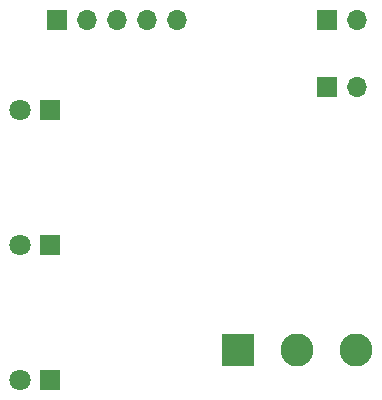
<source format=gbr>
%TF.GenerationSoftware,KiCad,Pcbnew,(6.0.9)*%
%TF.CreationDate,2023-08-13T20:03:35-07:00*%
%TF.ProjectId,LED_and_Switch_board,4c45445f-616e-4645-9f53-77697463685f,rev?*%
%TF.SameCoordinates,Original*%
%TF.FileFunction,Soldermask,Bot*%
%TF.FilePolarity,Negative*%
%FSLAX46Y46*%
G04 Gerber Fmt 4.6, Leading zero omitted, Abs format (unit mm)*
G04 Created by KiCad (PCBNEW (6.0.9)) date 2023-08-13 20:03:35*
%MOMM*%
%LPD*%
G01*
G04 APERTURE LIST*
%ADD10R,1.700000X1.700000*%
%ADD11O,1.700000X1.700000*%
%ADD12R,2.800000X2.800000*%
%ADD13C,2.800000*%
%ADD14C,1.800000*%
%ADD15R,1.800000X1.800000*%
G04 APERTURE END LIST*
D10*
%TO.C,J4*%
X155575000Y-92075000D03*
D11*
X158115000Y-92075000D03*
%TD*%
D12*
%TO.C,J1*%
X148035000Y-114280000D03*
D13*
X153035000Y-114280000D03*
X158035000Y-114280000D03*
%TD*%
D10*
%TO.C,J3*%
X155575000Y-86360000D03*
D11*
X158115000Y-86360000D03*
%TD*%
%TO.C,J2*%
X142880000Y-86360000D03*
X140340000Y-86360000D03*
X137800000Y-86360000D03*
X135260000Y-86360000D03*
D10*
X132720000Y-86360000D03*
%TD*%
D14*
%TO.C,D3*%
X129545000Y-116840000D03*
D15*
X132085000Y-116840000D03*
%TD*%
%TO.C,D2*%
X132080000Y-105410000D03*
D14*
X129540000Y-105410000D03*
%TD*%
D15*
%TO.C,D1*%
X132085000Y-93980000D03*
D14*
X129545000Y-93980000D03*
%TD*%
M02*

</source>
